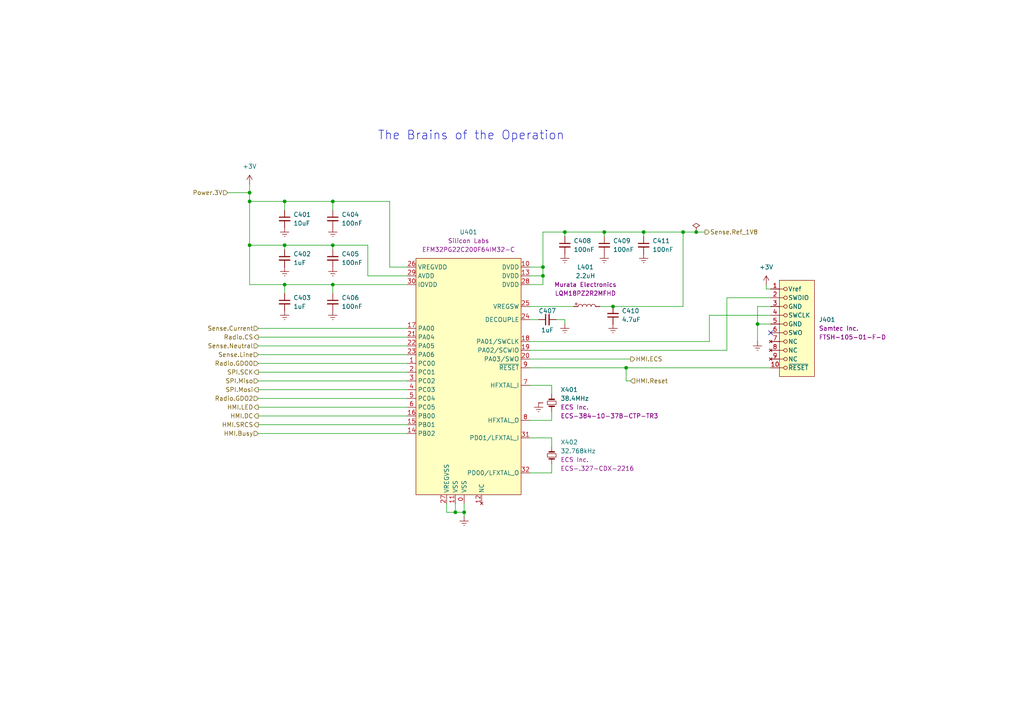
<source format=kicad_sch>
(kicad_sch (version 20231120) (generator "eeschema") (generator_version "8.0")
  (paper "A4")
  (title_block (title "Energy Meter") (date "2024-12-06") (rev "0"))
  (lib_symbols
    (symbol "The_Parts_Library:C0603_100nF_100V_X7R" (pin_numbers hide) (pin_names (offset 0) hide)
      (property "Reference" "C" (at 2.54 2.54 0))
      (property "Value" "100nF" (at 2.54 0 0))
      (symbol "C0603_100nF_100V_X7R_0_1"
        (polyline (pts (xy -1.524 -0.508) (xy 1.524 -0.508)) (stroke (width 0.3302)))
        (polyline (pts (xy -1.524 0.508) (xy 1.524 0.508)) (stroke (width 0.3048)))
      )
      (symbol "C0603_100nF_100V_X7R_1_1"
        (pin passive line (at 0 2.54 270) (length 2.032) (name "~") (number "1"))
        (pin passive line (at 0 -2.54 90) (length 2.032) (name "~") (number "2"))
      )
    )
    (symbol "The_Parts_Library:C0603_1uF_25V_X7R" (pin_numbers hide) (pin_names (offset 0) hide)
      (property "Reference" "C" (at 2.54 2.54 0))
      (property "Value" "1uF" (at 2.54 0 0))
      (symbol "C0603_1uF_25V_X7R_0_1"
        (polyline (pts (xy -1.524 -0.508) (xy 1.524 -0.508)) (stroke (width 0.3302)))
        (polyline (pts (xy -1.524 0.508) (xy 1.524 0.508)) (stroke (width 0.3048)))
      )
      (symbol "C0603_1uF_25V_X7R_1_1"
        (pin passive line (at 0 2.54 270) (length 2.032) (name "~") (number "1"))
        (pin passive line (at 0 -2.54 90) (length 2.032) (name "~") (number "2"))
      )
    )
    (symbol "The_Parts_Library:C0805_4.7uF_16V_X7R" (pin_numbers hide) (pin_names (offset 0) hide)
      (property "Reference" "C" (at 2.54 2.54 0))
      (property "Value" "4.7uF" (at 2.54 0 0))
      (symbol "C0805_4.7uF_16V_X7R_0_1"
        (polyline (pts (xy -1.524 -0.508) (xy 1.524 -0.508)) (stroke (width 0.3302)))
        (polyline (pts (xy -1.524 0.508) (xy 1.524 0.508)) (stroke (width 0.3048)))
      )
      (symbol "C0805_4.7uF_16V_X7R_1_1"
        (pin passive line (at 0 2.54 270) (length 2.032) (name "~") (number "1"))
        (pin passive line (at 0 -2.54 90) (length 2.032) (name "~") (number "2"))
      )
    )
    (symbol "The_Parts_Library:C1206_10uF_25V_X7R" (pin_numbers hide) (pin_names (offset 0) hide)
      (property "Reference" "C" (at 2.54 2.54 0))
      (property "Value" "10uF" (at 2.54 0 0))
      (symbol "C1206_10uF_25V_X7R_0_1"
        (polyline (pts (xy -1.524 -0.508) (xy 1.524 -0.508)) (stroke (width 0.3302)))
        (polyline (pts (xy -1.524 0.508) (xy 1.524 0.508)) (stroke (width 0.3048)))
      )
      (symbol "C1206_10uF_25V_X7R_1_1"
        (pin passive line (at 0 2.54 270) (length 2.032) (name "~") (number "1"))
        (pin passive line (at 0 -2.54 90) (length 2.032) (name "~") (number "2"))
      )
    )
    (symbol "The_Parts_Library:J_FTSH-105-01-F-D" (pin_names (offset 2.54))
      (property "Reference" "J" (at 7.62 10.16 0))
      (property "Manufacturer" "Samtec Inc." (at 7.62 5.08 0))
      (property "Manufacturer Part Number" "FTSH-105-01-F-D" (at 7.62 7.62 0))
      (symbol "J_FTSH-105-01-F-D_0_0"
        (pin input line (at -7.62 10.16 0) (length 2.54) (name "Vref") (number "1"))
        (pin bidirectional line (at -7.62 7.62 0) (length 2.54) (name "SWDIO") (number "2"))
        (pin power_in line (at -7.62 5.08 0) (length 2.54) (name "GND") (number "3"))
        (pin output line (at -7.62 2.54 0) (length 2.54) (name "SWCLK") (number "4"))
        (pin power_in line (at -7.62 0 0) (length 2.54) (name "GND") (number "5"))
        (pin input line (at -7.62 -2.54 0) (length 2.54) (name "SWO") (number "6"))
        (pin no_connect line (at -7.62 -5.08 0) (length 2.54) (name "NC") (number "7"))
        (pin no_connect line (at -7.62 -7.62 0) (length 2.54) (name "NC") (number "8"))
        (pin no_connect line (at -7.62 -10.16 0) (length 2.54) (name "NC") (number "9"))
      )
      (symbol "J_FTSH-105-01-F-D_0_1"
        (circle (center -3.302 -12.7) (radius 0.508))
        (circle (center -3.302 -10.16) (radius 0.508))
        (circle (center -3.302 -7.62) (radius 0.508))
        (circle (center -3.302 -5.08) (radius 0.508))
        (circle (center -3.302 -2.54) (radius 0.508))
        (circle (center -3.302 0) (radius 0.508))
        (circle (center -3.302 2.54) (radius 0.508))
        (circle (center -3.302 5.08) (radius 0.508))
        (circle (center -3.302 7.62) (radius 0.508))
        (circle (center -3.302 10.16) (radius 0.508))
        (polyline (pts (xy -3.81 -12.7) (xy -5.08 -12.7)))
        (polyline (pts (xy -3.81 -10.16) (xy -5.08 -10.16)))
        (polyline (pts (xy -3.81 -7.62) (xy -5.08 -7.62)))
        (polyline (pts (xy -3.81 -5.08) (xy -5.08 -5.08)))
        (polyline (pts (xy -3.81 -2.54) (xy -5.08 -2.54)))
        (polyline (pts (xy -3.81 0) (xy -5.08 0)))
        (polyline (pts (xy -3.81 2.54) (xy -5.08 2.54)))
        (polyline (pts (xy -3.81 5.08) (xy -5.334 5.08)))
        (polyline (pts (xy -3.81 7.62) (xy -5.08 7.62)))
        (polyline (pts (xy -3.81 10.16) (xy -5.334 10.16)))
      )
      (symbol "J_FTSH-105-01-F-D_1_0"
        (pin output line (at -7.62 -12.7 0) (length 2.54) (name "~{RESET}") (number "10"))
      )
      (symbol "J_FTSH-105-01-F-D_1_1"
        (rectangle (start -5.08 12.7) (end 5.08 -15.24) (fill (type background)))
      )
    )
    (symbol "The_Parts_Library:L_LQM18PZ2R2MFHD" (pin_numbers hide) (pin_names (offset 0) hide)
      (property "Reference" "L" (at 2.54 2.54 0))
      (property "Value" "2.2uH" (at 2.54 0 0))
      (property "Manufacturer" "Murata Electronics" (at 2.54 -5.08 0))
      (property "Manufacturer Part Number" "LQM18PZ2R2MFHD" (at 2.54 -2.54 0))
      (symbol "L_LQM18PZ2R2MFHD_0_1"
        (arc (start 0 -2.54) (mid 0.6323 -1.905) (end 0 -1.27))
        (arc (start 0 -1.27) (mid 0.6323 -0.635) (end 0 0))
        (arc (start 0 0) (mid 0.6323 0.635) (end 0 1.27))
        (arc (start 0 1.27) (mid 0.6323 1.905) (end 0 2.54))
        (circle (center 0.762 3.048) (radius 0.254))
      )
      (symbol "L_LQM18PZ2R2MFHD_1_1"
        (pin passive line (at 0 3.81 270) (length 1.27) (name "1") (number "1"))
        (pin passive line (at 0 -3.81 90) (length 1.27) (name "2") (number "2"))
      )
    )
    (symbol "The_Parts_Library:U_EFM32PG22C200F64IM32-C"
      (property "Reference" "U" (at -15.24 40.64 0))
      (property "Manufacturer" "Silicon Labs" (at -15.24 35.56 0))
      (property "Manufacturer Part Number" "EFM32PG22C200F64IM32-C" (at -15.24 38.1 0))
      (symbol "U_EFM32PG22C200F64IM32-C_0_0"
        (pin power_in line (at -1.27 -38.1 90) (length 2.54) (name "VSS") (number "0"))
        (pin bidirectional line (at -17.78 2.54 0) (length 2.54) (name "PC00") (number "1"))
        (pin input line (at 17.78 30.48 180) (length 2.54) (name "DVDD") (number "10"))
        (pin power_in line (at -3.81 -38.1 90) (length 2.54) (name "VSS") (number "11"))
        (pin input line (at 17.78 27.94 180) (length 2.54) (name "DVDD") (number "13"))
        (pin bidirectional line (at -17.78 -17.78 0) (length 2.54) (name "PB02") (number "14"))
        (pin bidirectional line (at -17.78 -15.24 0) (length 2.54) (name "PB01") (number "15"))
        (pin bidirectional line (at -17.78 -12.7 0) (length 2.54) (name "PB00") (number "16"))
        (pin bidirectional line (at -17.78 12.7 0) (length 2.54) (name "PA00") (number "17"))
        (pin bidirectional line (at 17.78 8.89 180) (length 2.54) (name "PA01/SWCLK") (number "18"))
        (pin bidirectional line (at 17.78 6.35 180) (length 2.54) (name "PA02/SCWIO") (number "19"))
        (pin bidirectional line (at -17.78 0 0) (length 2.54) (name "PC01") (number "2"))
        (pin bidirectional line (at 17.78 3.81 180) (length 2.54) (name "PA03/SWO") (number "20"))
        (pin bidirectional line (at -17.78 10.16 0) (length 2.54) (name "PA04") (number "21"))
        (pin bidirectional line (at -17.78 7.62 0) (length 2.54) (name "PA05") (number "22"))
        (pin bidirectional line (at -17.78 5.08 0) (length 2.54) (name "PA06") (number "23"))
        (pin passive line (at 17.78 15.24 180) (length 2.54) (name "DECOUPLE") (number "24"))
        (pin output line (at 17.78 19.05 180) (length 2.54) (name "VREGSW") (number "25"))
        (pin input line (at -17.78 30.48 0) (length 2.54) (name "VREGVDD") (number "26"))
        (pin power_in line (at -6.35 -38.1 90) (length 2.54) (name "VREGVSS") (number "27"))
        (pin input line (at 17.78 25.4 180) (length 2.54) (name "DVDD") (number "28"))
        (pin input line (at -17.78 27.94 0) (length 2.54) (name "AVDD") (number "29"))
        (pin bidirectional line (at -17.78 -2.54 0) (length 2.54) (name "PC02") (number "3"))
        (pin input line (at -17.78 25.4 0) (length 2.54) (name "IOVDD") (number "30"))
        (pin bidirectional line (at 17.78 -19.05 180) (length 2.54) (name "PD01/LFXTAL_I") (number "31"))
        (pin bidirectional line (at 17.78 -29.21 180) (length 2.54) (name "PD00/LFXTAL_O") (number "32"))
        (pin bidirectional line (at -17.78 -5.08 0) (length 2.54) (name "PC03") (number "4"))
        (pin bidirectional line (at -17.78 -7.62 0) (length 2.54) (name "PC04") (number "5"))
        (pin bidirectional line (at -17.78 -10.16 0) (length 2.54) (name "PC05") (number "6"))
        (pin passive line (at 17.78 -3.81 180) (length 2.54) (name "HFXTAL_I") (number "7"))
        (pin passive line (at 17.78 -13.97 180) (length 2.54) (name "HFXTAL_O") (number "8"))
        (pin input line (at 17.78 1.27 180) (length 2.54) (name "~{RESET}") (number "9"))
      )
      (symbol "U_EFM32PG22C200F64IM32-C_1_0"
        (pin no_connect line (at 3.81 -38.1 90) (length 2.54) (name "NC") (number "12"))
      )
      (symbol "U_EFM32PG22C200F64IM32-C_1_1"
        (rectangle (start -15.24 33.02) (end 15.24 -35.56) (fill (type background)))
      )
    )
    (symbol "The_Parts_Library:V_+3V" (power) (pin_numbers hide) (pin_names hide) (exclude_from_sim yes) (in_bom no) (on_board no)
      (property "Value" "+3V" (at 0 0 0))
      (symbol "V_+3V_0_1"
        (polyline (pts (xy -3.302 1.27) (xy -2.54 2.54)))
        (polyline (pts (xy -2.54 0) (xy -2.54 2.54)))
        (polyline (pts (xy -2.54 2.54) (xy -1.778 1.27)))
      )
      (symbol "V_+3V_1_1"
        (pin power_in line (at -2.54 0 90) (length 0) (name "~") (number "1"))
      )
    )
    (symbol "The_Parts_Library:V_GND" (power) (pin_numbers hide) (pin_names hide) (exclude_from_sim yes) (in_bom no) (on_board no)
      (symbol "V_GND_0_1"
        (polyline (pts (xy -0.635 -1.905) (xy 0.635 -1.905)))
        (polyline (pts (xy -0.127 -2.54) (xy 0.127 -2.54)))
        (polyline (pts (xy 0 -1.27) (xy 0 0)))
        (polyline (pts (xy 1.27 -1.27) (xy -1.27 -1.27)))
      )
      (symbol "V_GND_1_1"
        (pin power_in line (at 0 0 270) (length 0) (name "~") (number "1"))
      )
    )
    (symbol "The_Parts_Library:V_PWR" (power) (pin_numbers hide) (pin_names (offset 0) hide)
      (symbol "V_PWR_0_0"
        (pin power_out line (at 0 0 90) (length 0) (name "~") (number "1"))
      )
      (symbol "V_PWR_0_1"
        (polyline (pts (xy 0 0) (xy 0 1.27) (xy -1.016 1.905) (xy 0 2.54) (xy 1.016 1.905) (xy 0 1.27)))
      )
    )
    (symbol "The_Parts_Library:X_ECS-.327-CDX-2216" (pin_numbers hide) (pin_names (offset 0) hide)
      (property "Reference" "X" (at 2.54 2.54 0))
      (property "Value" "32.768kHz" (at 2.54 0 0))
      (property "Manufacturer" "ECS Inc." (at 2.54 -5.08 0))
      (property "Manufacturer Part Number" "ECS-.327-CDX-2216" (at 2.54 -2.54 0))
      (symbol "X_ECS-.327-CDX-2216_0_1"
        (rectangle (start -1.27 0.508) (end 1.27 -0.508))
        (polyline (pts (xy 0 -1.27) (xy 0 -1.016)))
        (polyline (pts (xy 0 1.27) (xy 0 1.016)))
        (polyline (pts (xy 0.762 -1.016) (xy -0.762 -1.016)) (stroke (width 0.381)))
        (polyline (pts (xy 0.762 1.016) (xy -0.762 1.016)) (stroke (width 0.381)))
      )
      (symbol "X_ECS-.327-CDX-2216_1_1"
        (pin passive line (at 0 2.54 270) (length 1.27) (name "1") (number "1"))
        (pin passive line (at 0 -2.54 90) (length 1.27) (name "2") (number "2"))
      )
    )
    (symbol "The_Parts_Library:X_ECS-384-10-37B-CTP-TR3" (pin_numbers hide) (pin_names (offset 0) hide)
      (property "Reference" "X" (at 2.54 2.54 0))
      (property "Value" "38.4MHz" (at 2.54 0 0))
      (property "Manufacturer" "ECS Inc." (at 2.54 -5.08 0))
      (property "Manufacturer Part Number" "ECS-384-10-37B-CTP-TR3" (at 2.54 -2.54 0))
      (symbol "X_ECS-384-10-37B-CTP-TR3_0_1"
        (rectangle (start -1.27 0.508) (end 1.27 -0.508))
        (polyline (pts (xy 0 -1.27) (xy 0 -1.016)))
        (polyline (pts (xy 0 1.27) (xy 0 1.016)))
        (polyline (pts (xy 0.762 -1.016) (xy -0.762 -1.016)) (stroke (width 0.381)))
        (polyline (pts (xy 0.762 1.016) (xy -0.762 1.016)) (stroke (width 0.381)))
      )
      (symbol "X_ECS-384-10-37B-CTP-TR3_1_0"
        (pin power_in line (at -3.81 0 0) (length 1.27) (name "2") (number "2"))
        (pin power_in line (at -3.81 0 0) (length 1.27) hide (name "GND") (number "4"))
      )
      (symbol "X_ECS-384-10-37B-CTP-TR3_1_1"
        (pin passive line (at 0 -2.54 90) (length 1.27) (name "1") (number "1"))
        (pin passive line (at 0 2.54 270) (length 1.27) (name "3") (number "3"))
      )
    )
  )
  (junction (at 186.69 67.31))
  (junction (at 72.39 58.42))
  (junction (at 96.52 58.42))
  (junction (at 163.83 67.31))
  (junction (at 134.62 148.59))
  (junction (at 177.8 88.9))
  (junction (at 198.12 67.31))
  (junction (at 181.61 106.68))
  (junction (at 175.26 67.31))
  (junction (at 157.48 80.01))
  (junction (at 201.93 67.31))
  (junction (at 219.71 93.98))
  (junction (at 96.52 82.55))
  (junction (at 82.55 82.55))
  (junction (at 157.48 77.47))
  (junction (at 82.55 58.42))
  (junction (at 96.52 71.12))
  (junction (at 72.39 71.12))
  (junction (at 72.39 55.88))
  (junction (at 82.55 71.12))
  (junction (at 132.08 148.59))
  (no_connect (at 223.52 96.52))
  (wire (pts (xy 106.68 71.12) (xy 96.52 71.12)))
  (wire (pts (xy 181.61 106.68) (xy 223.52 106.68)))
  (wire (pts (xy 74.93 118.11) (xy 118.11 118.11)))
  (wire (pts (xy 74.93 102.87) (xy 118.11 102.87)))
  (wire (pts (xy 153.67 101.6) (xy 210.82 101.6)))
  (wire (pts (xy 113.03 77.47) (xy 113.03 58.42)))
  (wire (pts (xy 72.39 55.88) (xy 72.39 58.42)))
  (wire (pts (xy 153.67 80.01) (xy 157.48 80.01)))
  (wire (pts (xy 118.11 80.01) (xy 106.68 80.01)))
  (wire (pts (xy 72.39 71.12) (xy 72.39 82.55)))
  (wire (pts (xy 219.71 93.98) (xy 223.52 93.98)))
  (wire (pts (xy 74.93 125.73) (xy 118.11 125.73)))
  (wire (pts (xy 153.67 82.55) (xy 157.48 82.55)))
  (wire (pts (xy 153.67 121.92) (xy 160.02 121.92)))
  (wire (pts (xy 182.88 110.49) (xy 181.61 110.49)))
  (wire (pts (xy 82.55 82.55) (xy 82.55 85.09)))
  (wire (pts (xy 113.03 58.42) (xy 96.52 58.42)))
  (wire (pts (xy 219.71 93.98) (xy 219.71 99.06)))
  (wire (pts (xy 198.12 67.31) (xy 201.93 67.31)))
  (wire (pts (xy 134.62 148.59) (xy 132.08 148.59)))
  (wire (pts (xy 74.93 107.95) (xy 118.11 107.95)))
  (wire (pts (xy 72.39 58.42) (xy 82.55 58.42)))
  (wire (pts (xy 96.52 71.12) (xy 96.52 72.39)))
  (wire (pts (xy 157.48 67.31) (xy 163.83 67.31)))
  (wire (pts (xy 132.08 148.59) (xy 132.08 146.05)))
  (wire (pts (xy 177.8 88.9) (xy 198.12 88.9)))
  (wire (pts (xy 153.67 106.68) (xy 181.61 106.68)))
  (wire (pts (xy 198.12 88.9) (xy 198.12 67.31)))
  (wire (pts (xy 153.67 111.76) (xy 160.02 111.76)))
  (wire (pts (xy 219.71 88.9) (xy 219.71 93.98)))
  (wire (pts (xy 96.52 58.42) (xy 82.55 58.42)))
  (wire (pts (xy 74.93 113.03) (xy 118.11 113.03)))
  (wire (pts (xy 223.52 88.9) (xy 219.71 88.9)))
  (wire (pts (xy 223.52 83.82) (xy 222.25 83.82)))
  (wire (pts (xy 153.67 88.9) (xy 166.37 88.9)))
  (wire (pts (xy 74.93 115.57) (xy 118.11 115.57)))
  (wire (pts (xy 74.93 95.25) (xy 118.11 95.25)))
  (wire (pts (xy 72.39 58.42) (xy 72.39 71.12)))
  (wire (pts (xy 175.26 67.31) (xy 186.69 67.31)))
  (wire (pts (xy 74.93 105.41) (xy 118.11 105.41)))
  (wire (pts (xy 157.48 80.01) (xy 157.48 77.47)))
  (wire (pts (xy 72.39 53.34) (xy 72.39 55.88)))
  (wire (pts (xy 153.67 127) (xy 160.02 127)))
  (wire (pts (xy 160.02 121.92) (xy 160.02 119.38)))
  (wire (pts (xy 134.62 146.05) (xy 134.62 148.59)))
  (wire (pts (xy 222.25 82.55) (xy 222.25 83.82)))
  (wire (pts (xy 205.74 99.06) (xy 205.74 91.44)))
  (wire (pts (xy 153.67 104.14) (xy 182.88 104.14)))
  (wire (pts (xy 106.68 80.01) (xy 106.68 71.12)))
  (wire (pts (xy 66.04 55.88) (xy 72.39 55.88)))
  (wire (pts (xy 160.02 137.16) (xy 160.02 134.62)))
  (wire (pts (xy 210.82 86.36) (xy 223.52 86.36)))
  (wire (pts (xy 82.55 82.55) (xy 72.39 82.55)))
  (wire (pts (xy 210.82 101.6) (xy 210.82 86.36)))
  (wire (pts (xy 74.93 97.79) (xy 118.11 97.79)))
  (wire (pts (xy 173.99 88.9) (xy 177.8 88.9)))
  (wire (pts (xy 118.11 77.47) (xy 113.03 77.47)))
  (wire (pts (xy 163.83 67.31) (xy 163.83 68.58)))
  (wire (pts (xy 96.52 82.55) (xy 82.55 82.55)))
  (wire (pts (xy 163.83 67.31) (xy 175.26 67.31)))
  (wire (pts (xy 181.61 110.49) (xy 181.61 106.68)))
  (wire (pts (xy 161.29 92.71) (xy 163.83 92.71)))
  (wire (pts (xy 186.69 67.31) (xy 186.69 68.58)))
  (wire (pts (xy 118.11 82.55) (xy 96.52 82.55)))
  (wire (pts (xy 157.48 82.55) (xy 157.48 80.01)))
  (wire (pts (xy 96.52 82.55) (xy 96.52 85.09)))
  (wire (pts (xy 72.39 71.12) (xy 82.55 71.12)))
  (wire (pts (xy 160.02 127) (xy 160.02 129.54)))
  (wire (pts (xy 82.55 58.42) (xy 82.55 60.96)))
  (wire (pts (xy 157.48 77.47) (xy 157.48 67.31)))
  (wire (pts (xy 153.67 99.06) (xy 205.74 99.06)))
  (wire (pts (xy 201.93 67.31) (xy 204.47 67.31)))
  (wire (pts (xy 74.93 120.65) (xy 118.11 120.65)))
  (wire (pts (xy 160.02 111.76) (xy 160.02 114.3)))
  (wire (pts (xy 198.12 67.31) (xy 186.69 67.31)))
  (wire (pts (xy 96.52 71.12) (xy 82.55 71.12)))
  (wire (pts (xy 163.83 92.71) (xy 163.83 93.98)))
  (wire (pts (xy 134.62 148.59) (xy 134.62 149.86)))
  (wire (pts (xy 153.67 77.47) (xy 157.48 77.47)))
  (wire (pts (xy 96.52 58.42) (xy 96.52 60.96)))
  (wire (pts (xy 205.74 91.44) (xy 223.52 91.44)))
  (wire (pts (xy 82.55 71.12) (xy 82.55 72.39)))
  (wire (pts (xy 153.67 92.71) (xy 156.21 92.71)))
  (wire (pts (xy 129.54 148.59) (xy 129.54 146.05)))
  (wire (pts (xy 74.93 123.19) (xy 118.11 123.19)))
  (wire (pts (xy 175.26 67.31) (xy 175.26 68.58)))
  (wire (pts (xy 132.08 148.59) (xy 129.54 148.59)))
  (wire (pts (xy 153.67 137.16) (xy 160.02 137.16)))
  (wire (pts (xy 74.93 100.33) (xy 118.11 100.33)))
  (wire (pts (xy 74.93 110.49) (xy 118.11 110.49)))
  (text "The Brains of the Operation" (at 136.652 39.37 0) (effects (font (size 2.54 2.54))))
  (hierarchical_label "Radio.GDO0" (shape input) (at 74.93 105.41 180))
  (hierarchical_label "SPI.Mosi" (shape output) (at 74.93 113.03 180))
  (hierarchical_label "HMI.Reset" (shape input) (at 182.88 110.49 0))
  (hierarchical_label "Sense.Current" (shape input) (at 74.93 95.25 180))
  (hierarchical_label "Sense.Ref_1V8" (shape output) (at 204.47 67.31 0))
  (hierarchical_label "SPI.Miso" (shape input) (at 74.93 110.49 180))
  (hierarchical_label "Sense.Line" (shape input) (at 74.93 102.87 180))
  (hierarchical_label "SPI.SCK" (shape output) (at 74.93 107.95 180))
  (hierarchical_label "Radio.GDO2" (shape input) (at 74.93 115.57 180))
  (hierarchical_label "Power.3V" (shape input) (at 66.04 55.88 180))
  (hierarchical_label "HMI.DC" (shape output) (at 74.93 120.65 180))
  (hierarchical_label "HMI.Busy" (shape input) (at 74.93 125.73 180))
  (hierarchical_label "HMI.ECS" (shape output) (at 182.88 104.14 0))
  (hierarchical_label "Radio.CS" (shape output) (at 74.93 97.79 180))
  (hierarchical_label "HMI.LED" (shape output) (at 74.93 118.11 180))
  (hierarchical_label "Sense.Neutral" (shape input) (at 74.93 100.33 180))
  (hierarchical_label "HMI.SRCS" (shape output) (at 74.93 123.19 180))
  (symbol (lib_id "The_Parts_Library:C0603_100nF_100V_X7R") (at 163.83 71.12 0) (unit 1)
    (property "Reference" "C408" (at 166.37 69.8562 0) (effects (justify left)))
    (property "Value" "100nF" (at 166.37 72.3962 0) (effects (justify left)))
    (property "Footprint" "The_Parts_Library:C_0603" (effects (hide yes)))
    (property "Description" "0.1 uF ±10% 100V Ceramic Capacitor X7R 0603 (1608 Metric)" (effects (hide yes)))
    (property "Manufacturer" "Murata Electronics" (effects (hide yes)))
    (property "Manufacturer Part Number" "GCJ188R72A104KA01D" (effects (hide yes)))
    (property "Supplier" "Digikey" (effects (hide yes)))
    (property "Supplier Part Number" "490-13420-2-ND" (effects (hide yes)))
  )
  (symbol (lib_id "The_Parts_Library:V_GND") (at 175.26 73.66 0) (unit 1) (exclude_from_sim yes) (in_bom no) (on_board no)
    (property "Reference" "#PWR0412" (effects (hide yes)))
    (property "Value" "GND" (effects (hide yes)))
  )
  (symbol (lib_id "The_Parts_Library:V_GND") (at 82.55 66.04 0) (unit 1) (exclude_from_sim yes) (in_bom no) (on_board no)
    (property "Reference" "#PWR0402" (effects (hide yes)))
    (property "Value" "GND" (effects (hide yes)))
  )
  (symbol (lib_id "The_Parts_Library:C0603_100nF_100V_X7R") (at 175.26 71.12 0) (unit 1)
    (property "Reference" "C409" (at 177.8 69.8562 0) (effects (justify left)))
    (property "Value" "100nF" (at 177.8 72.3962 0) (effects (justify left)))
    (property "Footprint" "The_Parts_Library:C_0603" (effects (hide yes)))
    (property "Description" "0.1 uF ±10% 100V Ceramic Capacitor X7R 0603 (1608 Metric)" (effects (hide yes)))
    (property "Manufacturer" "Murata Electronics" (effects (hide yes)))
    (property "Manufacturer Part Number" "GCJ188R72A104KA01D" (effects (hide yes)))
    (property "Supplier" "Digikey" (effects (hide yes)))
    (property "Supplier Part Number" "490-13420-2-ND" (effects (hide yes)))
  )
  (symbol (lib_id "The_Parts_Library:V_PWR") (at 201.93 67.31 0) (unit 1)
    (property "Reference" "#FLG0401" (effects (hide yes)))
    (property "Value" "V_PWR" (effects (hide yes)))
    (property "Description" "Special symbol for telling ERC where power comes from" (effects (hide yes)))
  )
  (symbol (lib_id "The_Parts_Library:V_GND") (at 96.52 90.17 0) (unit 1) (exclude_from_sim yes) (in_bom no) (on_board no)
    (property "Reference" "#PWR0407" (effects (hide yes)))
    (property "Value" "GND" (effects (hide yes)))
  )
  (symbol (lib_id "The_Parts_Library:V_GND") (at 96.52 66.04 0) (unit 1) (exclude_from_sim yes) (in_bom no) (on_board no)
    (property "Reference" "#PWR0405" (effects (hide yes)))
    (property "Value" "GND" (effects (hide yes)))
  )
  (symbol (lib_id "The_Parts_Library:C0603_100nF_100V_X7R") (at 96.52 74.93 0) (unit 1)
    (property "Reference" "C405" (at 99.06 73.6662 0) (effects (justify left)))
    (property "Value" "100nF" (at 99.06 76.2062 0) (effects (justify left)))
    (property "Footprint" "The_Parts_Library:C_0603" (effects (hide yes)))
    (property "Description" "0.1 uF ±10% 100V Ceramic Capacitor X7R 0603 (1608 Metric)" (effects (hide yes)))
    (property "Manufacturer" "Murata Electronics" (effects (hide yes)))
    (property "Manufacturer Part Number" "GCJ188R72A104KA01D" (effects (hide yes)))
    (property "Supplier" "Digikey" (effects (hide yes)))
    (property "Supplier Part Number" "490-13420-2-ND" (effects (hide yes)))
  )
  (symbol (lib_id "The_Parts_Library:V_GND") (at 163.83 93.98 0) (unit 1) (exclude_from_sim yes) (in_bom no) (on_board no)
    (property "Reference" "#PWR0411" (effects (hide yes)))
    (property "Value" "GND" (effects (hide yes)))
  )
  (symbol (lib_id "The_Parts_Library:U_EFM32PG22C200F64IM32-C") (at 135.89 107.95 0) (unit 1)
    (property "Reference" "U401" (at 135.89 67.31 0))
    (property "Footprint" "The_Parts_Library:SiLabs_VQFN32" (effects (hide yes)))
    (property "Description" "ARM® Cortex®-M33 Gecko Microcontroller IC 32-Bit Single-Core 76.8MHz 64KB (64K x 8) FLASH 32-QFN (4x4)" (effects (hide yes)))
    (property "Manufacturer" "Silicon Labs" (at 135.89 69.85 0))
    (property "Manufacturer Part Number" "EFM32PG22C200F64IM32-C" (at 135.89 72.39 0))
    (property "Supplier" "Digikey" (effects (hide yes)))
    (property "Supplier Part Number" "336-EFM32PG22C200F64IM32-C-ND" (effects (hide yes)))
  )
  (symbol (lib_id "The_Parts_Library:V_GND") (at 156.21 116.84 0) (unit 1) (exclude_from_sim yes) (in_bom no) (on_board no)
    (property "Reference" "#PWR0409" (effects (hide yes)))
    (property "Value" "GND" (effects (hide yes)))
  )
  (symbol (lib_id "The_Parts_Library:V_+3V") (at 224.79 82.55 0) (unit 1)
    (property "Reference" "#PWR0416" (effects (hide yes)))
    (property "Value" "+3V" (at 222.25 77.47 0))
  )
  (symbol (lib_id "The_Parts_Library:V_GND") (at 186.69 73.66 0) (unit 1) (exclude_from_sim yes) (in_bom no) (on_board no)
    (property "Reference" "#PWR0414" (effects (hide yes)))
    (property "Value" "GND" (effects (hide yes)))
  )
  (symbol (lib_id "The_Parts_Library:V_GND") (at 177.8 93.98 0) (unit 1) (exclude_from_sim yes) (in_bom no) (on_board no)
    (property "Reference" "#PWR0413" (effects (hide yes)))
    (property "Value" "GND" (effects (hide yes)))
  )
  (symbol (lib_id "The_Parts_Library:C0805_4.7uF_16V_X7R") (at 177.8 91.44 180) (unit 1)
    (property "Reference" "C410" (at 180.34 90.1635 0) (effects (justify right)))
    (property "Value" "4.7uF" (at 180.34 92.7035 0) (effects (justify right)))
    (property "Footprint" "The_Parts_Library:C_0805" (effects (hide yes)))
    (property "Description" "4.7 µF ±10% 16V Ceramic Capacitor X7R 0805 (2012 Metric)" (effects (hide yes)))
    (property "Manufacturer" "Samsung Electro-Mechanics" (effects (hide yes)))
    (property "Manufacturer Part Number" "CL21B475KOFNFNE" (effects (hide yes)))
    (property "Supplier" "Digikey" (effects (hide yes)))
    (property "Supplier Part Number" "1276-2970-2-ND" (effects (hide yes)))
  )
  (symbol (lib_id "The_Parts_Library:V_GND") (at 134.62 149.86 0) (unit 1) (exclude_from_sim yes) (in_bom no) (on_board no)
    (property "Reference" "#PWR0408" (effects (hide yes)))
    (property "Value" "GND" (effects (hide yes)))
  )
  (symbol (lib_id "The_Parts_Library:C1206_10uF_25V_X7R") (at 82.55 63.5 0) (unit 1)
    (property "Reference" "C401" (at 85.09 62.2362 0) (effects (justify left)))
    (property "Value" "10uF" (at 85.09 64.7762 0) (effects (justify left)))
    (property "Footprint" "The_Parts_Library:C_1206" (effects (hide yes)))
    (property "Description" "10 µF ±10% 25V Ceramic Capacitor X7R 1206 (3216 Metric)" (effects (hide yes)))
    (property "Manufacturer" "Samsung Electro-Mechanics" (effects (hide yes)))
    (property "Manufacturer Part Number" "CL31B106KAHNFNE" (effects (hide yes)))
    (property "Supplier" "Digikey" (effects (hide yes)))
    (property "Supplier Part Number" "1276-3100-2-ND" (effects (hide yes)))
  )
  (symbol (lib_id "The_Parts_Library:C0603_100nF_100V_X7R") (at 96.52 63.5 0) (unit 1)
    (property "Reference" "C404" (at 99.06 62.2362 0) (effects (justify left)))
    (property "Value" "100nF" (at 99.06 64.7762 0) (effects (justify left)))
    (property "Footprint" "The_Parts_Library:C_0603" (effects (hide yes)))
    (property "Description" "0.1 uF ±10% 100V Ceramic Capacitor X7R 0603 (1608 Metric)" (effects (hide yes)))
    (property "Manufacturer" "Murata Electronics" (effects (hide yes)))
    (property "Manufacturer Part Number" "GCJ188R72A104KA01D" (effects (hide yes)))
    (property "Supplier" "Digikey" (effects (hide yes)))
    (property "Supplier Part Number" "490-13420-2-ND" (effects (hide yes)))
  )
  (symbol (lib_id "The_Parts_Library:V_GND") (at 96.52 77.47 0) (unit 1) (exclude_from_sim yes) (in_bom no) (on_board no)
    (property "Reference" "#PWR0406" (effects (hide yes)))
    (property "Value" "GND" (effects (hide yes)))
  )
  (symbol (lib_id "The_Parts_Library:V_GND") (at 163.83 73.66 0) (unit 1) (exclude_from_sim yes) (in_bom no) (on_board no)
    (property "Reference" "#PWR0410" (effects (hide yes)))
    (property "Value" "GND" (effects (hide yes)))
  )
  (symbol (lib_id "The_Parts_Library:J_FTSH-105-01-F-D") (at 231.14 93.98 0) (unit 1)
    (property "Reference" "J401" (at 237.49 92.7099 0) (effects (justify left)))
    (property "Footprint" "The_Parts_Library:Samtec_FTSH_10pin_Unshrouded" (effects (hide yes)))
    (property "Description" "Connector Header Through Hole 10 position 0.050\" (1.27mm)" (effects (hide yes)))
    (property "Manufacturer" "Samtec Inc." (at 237.49 95.2499 0) (effects (justify left)))
    (property "Manufacturer Part Number" "FTSH-105-01-F-D" (at 237.49 97.7899 0) (effects (justify left)))
    (property "Supplier" "Digikey" (effects (hide yes)))
    (property "Supplier Part Number" "SAM9430-ND" (effects (hide yes)))
  )
  (symbol (lib_id "The_Parts_Library:X_ECS-384-10-37B-CTP-TR3") (at 160.02 116.84 0) (unit 1)
    (property "Reference" "X401" (at 162.56 113.0299 0) (effects (justify left)))
    (property "Value" "38.4MHz" (at 162.56 115.5699 0) (effects (justify left)))
    (property "Footprint" "The_Parts_Library:ECS_ECX-1637B" (effects (hide yes)))
    (property "Description" "38.4 MHz ±10ppm Crystal 10pF 50 Ohms 4-SMD, No Lead" (effects (hide yes)))
    (property "Manufacturer" "ECS Inc." (at 162.56 118.1099 0) (effects (justify left)))
    (property "Manufacturer Part Number" "ECS-384-10-37B-CTP-TR3" (at 162.56 120.6499 0) (effects (justify left)))
    (property "Supplier" "Digikey" (effects (hide yes)))
    (property "Supplier Part Number" "50-ECS-384-10-37B-CTP-TR3TR-ND" (effects (hide yes)))
  )
  (symbol (lib_id "The_Parts_Library:V_GND") (at 219.71 99.06 0) (unit 1) (exclude_from_sim yes) (in_bom no) (on_board no)
    (property "Reference" "#PWR0415" (effects (hide yes)))
    (property "Value" "GND" (effects (hide yes)))
  )
  (symbol (lib_id "The_Parts_Library:L_LQM18PZ2R2MFHD") (at 170.18 88.9 90) (unit 1)
    (property "Reference" "L401" (at 169.799 77.47 90))
    (property "Value" "2.2uH" (at 169.799 80.01 90))
    (property "Footprint" "The_Parts_Library:L_0603" (effects (hide yes)))
    (property "Description" "2.2 µH Shielded Multilayer Inductor 700 mA 470mOhm Max 0603 (1608 Metric)" (effects (hide yes)))
    (property "Manufacturer" "Murata Electronics" (at 169.799 82.55 90))
    (property "Manufacturer Part Number" "LQM18PZ2R2MFHD" (at 169.799 85.09 90))
    (property "Supplier" "Digikey" (effects (hide yes)))
    (property "Supplier Part Number" "490-15982-2-ND" (effects (hide yes)))
  )
  (symbol (lib_id "The_Parts_Library:V_+3V") (at 74.93 53.34 0) (unit 1)
    (property "Reference" "#PWR0401" (effects (hide yes)))
    (property "Value" "+3V" (at 72.39 48.26 0))
  )
  (symbol (lib_id "The_Parts_Library:V_GND") (at 82.55 77.47 0) (unit 1) (exclude_from_sim yes) (in_bom no) (on_board no)
    (property "Reference" "#PWR0403" (effects (hide yes)))
    (property "Value" "GND" (effects (hide yes)))
  )
  (symbol (lib_id "The_Parts_Library:C0603_100nF_100V_X7R") (at 186.69 71.12 0) (unit 1)
    (property "Reference" "C411" (at 189.23 69.8562 0) (effects (justify left)))
    (property "Value" "100nF" (at 189.23 72.3962 0) (effects (justify left)))
    (property "Footprint" "The_Parts_Library:C_0603" (effects (hide yes)))
    (property "Description" "0.1 uF ±10% 100V Ceramic Capacitor X7R 0603 (1608 Metric)" (effects (hide yes)))
    (property "Manufacturer" "Murata Electronics" (effects (hide yes)))
    (property "Manufacturer Part Number" "GCJ188R72A104KA01D" (effects (hide yes)))
    (property "Supplier" "Digikey" (effects (hide yes)))
    (property "Supplier Part Number" "490-13420-2-ND" (effects (hide yes)))
  )
  (symbol (lib_id "The_Parts_Library:C0603_100nF_100V_X7R") (at 96.52 87.63 0) (unit 1)
    (property "Reference" "C406" (at 99.06 86.3662 0) (effects (justify left)))
    (property "Value" "100nF" (at 99.06 88.9062 0) (effects (justify left)))
    (property "Footprint" "The_Parts_Library:C_0603" (effects (hide yes)))
    (property "Description" "0.1 uF ±10% 100V Ceramic Capacitor X7R 0603 (1608 Metric)" (effects (hide yes)))
    (property "Manufacturer" "Murata Electronics" (effects (hide yes)))
    (property "Manufacturer Part Number" "GCJ188R72A104KA01D" (effects (hide yes)))
    (property "Supplier" "Digikey" (effects (hide yes)))
    (property "Supplier Part Number" "490-13420-2-ND" (effects (hide yes)))
  )
  (symbol (lib_id "The_Parts_Library:V_GND") (at 82.55 90.17 0) (unit 1) (exclude_from_sim yes) (in_bom no) (on_board no)
    (property "Reference" "#PWR0404" (effects (hide yes)))
    (property "Value" "GND" (effects (hide yes)))
  )
  (symbol (lib_id "The_Parts_Library:X_ECS-.327-CDX-2216") (at 160.02 132.08 0) (unit 1)
    (property "Reference" "X402" (at 162.56 128.2699 0) (effects (justify left)))
    (property "Value" "32.768kHz" (at 162.56 130.8099 0) (effects (justify left)))
    (property "Footprint" "The_Parts_Library:ECS_ECX-16" (effects (hide yes)))
    (property "Description" "32.768 kHz ±20ppm Crystal 7pF 80 kOhms 2-SMD, No Lead" (effects (hide yes)))
    (property "Manufacturer" "ECS Inc." (at 162.56 133.3499 0) (effects (justify left)))
    (property "Manufacturer Part Number" "ECS-.327-CDX-2216" (at 162.56 135.8899 0) (effects (justify left)))
    (property "Supplier" "Digikey" (effects (hide yes)))
    (property "Supplier Part Number" "50-ECS-.327-CDX-2216TR-ND" (effects (hide yes)))
  )
  (symbol (lib_id "The_Parts_Library:C0603_1uF_25V_X7R") (at 82.55 87.63 0) (unit 1)
    (property "Reference" "C403" (at 85.09 86.3662 0) (effects (justify left)))
    (property "Value" "1uF" (at 85.09 88.9062 0) (effects (justify left)))
    (property "Footprint" "The_Parts_Library:C_0603" (effects (hide yes)))
    (property "Description" "1 uF ±10% 25V Ceramic Capacitor X7R 0603 (1608 Metric)" (effects (hide yes)))
    (property "Manufacturer" "Murata Electronics" (effects (hide yes)))
    (property "Manufacturer Part Number" "GCJ188R71E105KA01D" (effects (hide yes)))
    (property "Supplier" "Digikey" (effects (hide yes)))
    (property "Supplier Part Number" "490-14409-2-ND" (effects (hide yes)))
  )
  (symbol (lib_id "The_Parts_Library:C0603_1uF_25V_X7R") (at 82.55 74.93 0) (unit 1)
    (property "Reference" "C402" (at 85.09 73.6662 0) (effects (justify left)))
    (property "Value" "1uF" (at 85.09 76.2062 0) (effects (justify left)))
    (property "Footprint" "The_Parts_Library:C_0603" (effects (hide yes)))
    (property "Description" "1 uF ±10% 25V Ceramic Capacitor X7R 0603 (1608 Metric)" (effects (hide yes)))
    (property "Manufacturer" "Murata Electronics" (effects (hide yes)))
    (property "Manufacturer Part Number" "GCJ188R71E105KA01D" (effects (hide yes)))
    (property "Supplier" "Digikey" (effects (hide yes)))
    (property "Supplier Part Number" "490-14409-2-ND" (effects (hide yes)))
  )
  (symbol (lib_id "The_Parts_Library:C0603_1uF_25V_X7R") (at 158.75 92.71 90) (unit 1)
    (property "Reference" "C407" (at 158.75 90.17 90))
    (property "Value" "1uF" (at 158.75 95.758 90))
    (property "Footprint" "The_Parts_Library:C_0603" (effects (hide yes)))
    (property "Description" "1 uF ±10% 25V Ceramic Capacitor X7R 0603 (1608 Metric)" (effects (hide yes)))
    (property "Manufacturer" "Murata Electronics" (effects (hide yes)))
    (property "Manufacturer Part Number" "GCJ188R71E105KA01D" (effects (hide yes)))
    (property "Supplier" "Digikey" (effects (hide yes)))
    (property "Supplier Part Number" "490-14409-2-ND" (effects (hide yes)))
  )
)
</source>
